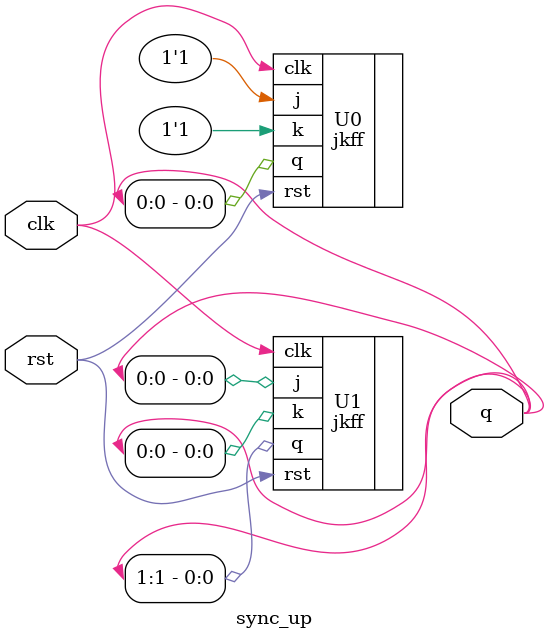
<source format=v>
module sync_up (
    input clk,
    input rst,
    output [1:0] q
);
  jkff U1 (
      .clk(clk),
      .rst(rst),
      .j  (q[0]),
      .k  (q[0]),
      .q  (q[1])
  );

  jkff U0 (
      .clk(clk),
      .rst(rst),
      .j  (1'b1),
      .k  (1'b1),
      .q  (q[0])
  );
endmodule

</source>
